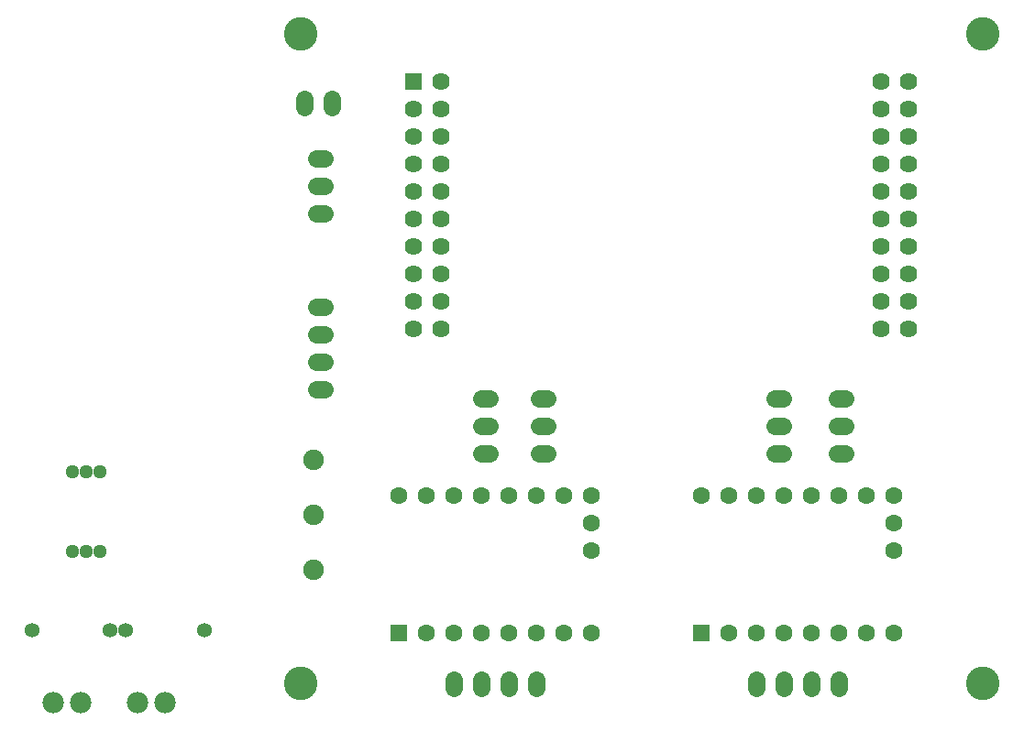
<source format=gbr>
G04 EAGLE Gerber RS-274X export*
G75*
%MOMM*%
%FSLAX34Y34*%
%LPD*%
%INSoldermask Bottom*%
%IPPOS*%
%AMOC8*
5,1,8,0,0,1.08239X$1,22.5*%
G01*
G04 Define Apertures*
%ADD10C,3.101600*%
%ADD11C,1.601600*%
%ADD12R,1.601600X1.601600*%
%ADD13C,1.625600*%
%ADD14R,1.621600X1.621600*%
%ADD15C,1.621600*%
%ADD16C,1.901600*%
%ADD17C,1.981200*%
%ADD18C,1.361600*%
%ADD19C,1.286600*%
D10*
X50000Y50000D03*
X680000Y50000D03*
X50000Y650000D03*
X680000Y650000D03*
D11*
X141100Y223500D03*
X166500Y223500D03*
X191900Y223500D03*
X217300Y223500D03*
X242700Y223500D03*
X268100Y223500D03*
X293500Y223500D03*
X318900Y223500D03*
D12*
X141100Y96500D03*
D11*
X166500Y96500D03*
X191900Y96500D03*
X217300Y96500D03*
X242700Y96500D03*
X268100Y96500D03*
X293500Y96500D03*
X318900Y96500D03*
X318900Y198100D03*
X318900Y172700D03*
D13*
X268003Y53128D02*
X268003Y45508D01*
X242603Y45508D02*
X242603Y53128D01*
X217203Y53128D02*
X217203Y45508D01*
X191803Y45508D02*
X191803Y53128D01*
X270190Y262600D02*
X277810Y262600D01*
X277810Y288000D02*
X270190Y288000D01*
X270190Y313400D02*
X277810Y313400D01*
X224810Y262600D02*
X217190Y262600D01*
X217190Y288000D02*
X224810Y288000D01*
X224810Y313400D02*
X217190Y313400D01*
D11*
X420386Y223500D03*
X445786Y223500D03*
X471186Y223500D03*
X496586Y223500D03*
X521986Y223500D03*
X547386Y223500D03*
X572786Y223500D03*
X598186Y223500D03*
D12*
X420386Y96500D03*
D11*
X445786Y96500D03*
X471186Y96500D03*
X496586Y96500D03*
X521986Y96500D03*
X547386Y96500D03*
X572786Y96500D03*
X598186Y96500D03*
X598186Y198100D03*
X598186Y172700D03*
D13*
X547100Y53128D02*
X547100Y45508D01*
X521700Y45508D02*
X521700Y53128D01*
X496300Y53128D02*
X496300Y45508D01*
X470900Y45508D02*
X470900Y53128D01*
X545190Y262600D02*
X552810Y262600D01*
X552810Y288000D02*
X545190Y288000D01*
X545190Y313400D02*
X552810Y313400D01*
X495810Y262600D02*
X488190Y262600D01*
X488190Y288000D02*
X495810Y288000D01*
X495810Y313400D02*
X488190Y313400D01*
D14*
X154074Y606190D03*
D15*
X154074Y580790D03*
X154074Y555390D03*
X154074Y529990D03*
X154074Y504590D03*
X154074Y479190D03*
X154074Y453790D03*
X154074Y428390D03*
X154074Y402990D03*
X154074Y377590D03*
X611274Y606190D03*
X179474Y606190D03*
X585874Y606190D03*
X611274Y580790D03*
X179474Y580790D03*
X585874Y580790D03*
X611274Y555390D03*
X179474Y555390D03*
X585874Y555390D03*
X611274Y529990D03*
X179474Y529990D03*
X585874Y529990D03*
X611274Y504590D03*
X179474Y504590D03*
X585874Y504590D03*
X611274Y479190D03*
X179474Y479190D03*
X585874Y479190D03*
X611274Y453790D03*
X179474Y453790D03*
X585874Y453790D03*
X611274Y428390D03*
X179474Y428390D03*
X585874Y428390D03*
X611274Y402990D03*
X179474Y402990D03*
X585874Y402990D03*
X611274Y377590D03*
X179474Y377590D03*
X585874Y377590D03*
D16*
X62000Y155000D03*
X62000Y205800D03*
X62000Y256600D03*
D13*
X78700Y582190D02*
X78700Y589810D01*
X53300Y589810D02*
X53300Y582190D01*
X64190Y484600D02*
X71810Y484600D01*
X71810Y510000D02*
X64190Y510000D01*
X64190Y535400D02*
X71810Y535400D01*
X71810Y321900D02*
X64190Y321900D01*
X64190Y347300D02*
X71810Y347300D01*
X71810Y372700D02*
X64190Y372700D01*
X64190Y398100D02*
X71810Y398100D01*
D17*
X-100700Y32000D03*
X-75300Y32000D03*
X-178700Y32000D03*
X-153300Y32000D03*
D18*
X-111200Y99000D03*
X-38800Y99000D03*
X-198200Y99000D03*
X-125800Y99000D03*
D19*
X-160700Y246000D03*
X-148000Y246000D03*
X-135300Y246000D03*
X-160700Y172000D03*
X-148000Y172000D03*
X-135300Y172000D03*
M02*

</source>
